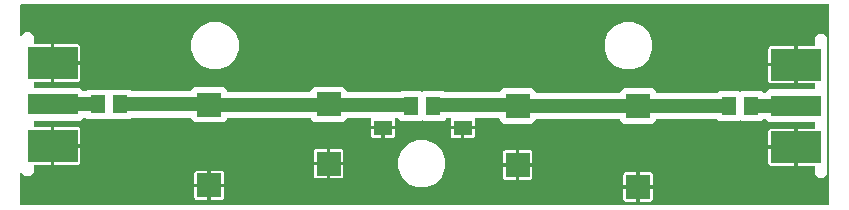
<source format=gbr>
G04 EAGLE Gerber RS-274X export*
G75*
%MOMM*%
%FSLAX34Y34*%
%LPD*%
%INTop Copper*%
%IPPOS*%
%AMOC8*
5,1,8,0,0,1.08239X$1,22.5*%
G01*
%ADD10R,1.500000X1.300000*%
%ADD11R,1.300000X1.500000*%
%ADD12R,2.000000X2.000000*%
%ADD13R,4.191000X1.778000*%
%ADD14R,4.191000X2.667000*%
%ADD15C,1.200000*%

G36*
X689194Y5085D02*
X689194Y5085D01*
X689219Y5082D01*
X689314Y5104D01*
X689411Y5120D01*
X689432Y5132D01*
X689456Y5138D01*
X689540Y5189D01*
X689626Y5235D01*
X689643Y5253D01*
X689664Y5266D01*
X689726Y5342D01*
X689793Y5413D01*
X689803Y5436D01*
X689819Y5455D01*
X689853Y5546D01*
X689894Y5636D01*
X689896Y5660D01*
X689905Y5683D01*
X689919Y5830D01*
X689919Y174170D01*
X689915Y174194D01*
X689918Y174219D01*
X689896Y174314D01*
X689880Y174411D01*
X689868Y174432D01*
X689862Y174456D01*
X689811Y174540D01*
X689765Y174626D01*
X689747Y174643D01*
X689734Y174664D01*
X689658Y174726D01*
X689587Y174793D01*
X689564Y174803D01*
X689545Y174819D01*
X689454Y174853D01*
X689364Y174894D01*
X689340Y174896D01*
X689317Y174905D01*
X689170Y174919D01*
X5830Y174919D01*
X5806Y174915D01*
X5781Y174918D01*
X5686Y174896D01*
X5589Y174880D01*
X5568Y174868D01*
X5544Y174862D01*
X5460Y174811D01*
X5374Y174765D01*
X5357Y174747D01*
X5336Y174734D01*
X5274Y174658D01*
X5207Y174587D01*
X5197Y174564D01*
X5181Y174545D01*
X5147Y174454D01*
X5106Y174364D01*
X5104Y174340D01*
X5095Y174317D01*
X5081Y174170D01*
X5081Y148695D01*
X5093Y148622D01*
X5095Y148549D01*
X5112Y148503D01*
X5120Y148454D01*
X5155Y148389D01*
X5181Y148320D01*
X5212Y148282D01*
X5235Y148239D01*
X5289Y148189D01*
X5336Y148132D01*
X5377Y148106D01*
X5413Y148072D01*
X5480Y148042D01*
X5543Y148003D01*
X5591Y147992D01*
X5636Y147971D01*
X5709Y147964D01*
X5780Y147947D01*
X5829Y147952D01*
X5879Y147947D01*
X5950Y147964D01*
X6023Y147971D01*
X6068Y147991D01*
X6116Y148002D01*
X6179Y148041D01*
X6246Y148071D01*
X6302Y148118D01*
X6324Y148131D01*
X6334Y148144D01*
X6360Y148165D01*
X9326Y151131D01*
X13534Y151131D01*
X16511Y148154D01*
X16511Y141741D01*
X16515Y141717D01*
X16512Y141692D01*
X16534Y141597D01*
X16550Y141500D01*
X16562Y141479D01*
X16568Y141455D01*
X16619Y141371D01*
X16665Y141285D01*
X16683Y141268D01*
X16696Y141247D01*
X16772Y141185D01*
X16843Y141118D01*
X16866Y141108D01*
X16885Y141092D01*
X16976Y141058D01*
X17066Y141017D01*
X17090Y141015D01*
X17113Y141006D01*
X17260Y140992D01*
X31085Y140992D01*
X31085Y125866D01*
X31089Y125842D01*
X31086Y125818D01*
X31109Y125722D01*
X31125Y125625D01*
X31136Y125604D01*
X31142Y125580D01*
X31193Y125497D01*
X31240Y125410D01*
X31257Y125393D01*
X31270Y125373D01*
X31346Y125310D01*
X31418Y125243D01*
X31440Y125233D01*
X31459Y125218D01*
X31550Y125183D01*
X31640Y125142D01*
X31664Y125140D01*
X31687Y125131D01*
X31834Y125117D01*
X32585Y125117D01*
X32585Y125115D01*
X31834Y125115D01*
X31810Y125111D01*
X31786Y125114D01*
X31690Y125091D01*
X31593Y125075D01*
X31572Y125064D01*
X31548Y125058D01*
X31464Y125007D01*
X31378Y124960D01*
X31361Y124943D01*
X31341Y124930D01*
X31278Y124854D01*
X31211Y124782D01*
X31201Y124760D01*
X31186Y124741D01*
X31151Y124650D01*
X31110Y124560D01*
X31108Y124536D01*
X31099Y124513D01*
X31085Y124366D01*
X31085Y109240D01*
X17260Y109240D01*
X17236Y109236D01*
X17211Y109239D01*
X17116Y109217D01*
X17019Y109201D01*
X16998Y109189D01*
X16974Y109183D01*
X16890Y109132D01*
X16804Y109086D01*
X16787Y109068D01*
X16766Y109055D01*
X16704Y108979D01*
X16637Y108908D01*
X16627Y108885D01*
X16611Y108866D01*
X16577Y108775D01*
X16536Y108685D01*
X16534Y108661D01*
X16525Y108638D01*
X16511Y108491D01*
X16511Y104890D01*
X16515Y104866D01*
X16512Y104841D01*
X16535Y104746D01*
X16550Y104649D01*
X16562Y104628D01*
X16568Y104604D01*
X16619Y104520D01*
X16665Y104434D01*
X16683Y104417D01*
X16696Y104396D01*
X16772Y104334D01*
X16843Y104267D01*
X16866Y104257D01*
X16885Y104241D01*
X16976Y104207D01*
X17066Y104166D01*
X17090Y104164D01*
X17113Y104155D01*
X17260Y104141D01*
X55643Y104141D01*
X58314Y101470D01*
X58393Y101413D01*
X58469Y101351D01*
X58492Y101343D01*
X58512Y101328D01*
X58606Y101300D01*
X58697Y101265D01*
X58730Y101262D01*
X58746Y101257D01*
X58771Y101258D01*
X58844Y101251D01*
X60095Y101251D01*
X60191Y101267D01*
X60288Y101276D01*
X60311Y101286D01*
X60336Y101290D01*
X60422Y101336D01*
X60511Y101377D01*
X60536Y101398D01*
X60551Y101405D01*
X60568Y101424D01*
X60625Y101470D01*
X61906Y102751D01*
X79115Y102751D01*
X79480Y102385D01*
X79500Y102371D01*
X79516Y102352D01*
X79599Y102300D01*
X79678Y102243D01*
X79702Y102236D01*
X79723Y102223D01*
X79818Y102201D01*
X79912Y102172D01*
X79936Y102173D01*
X79960Y102167D01*
X80058Y102177D01*
X80156Y102180D01*
X80179Y102189D01*
X80203Y102191D01*
X80293Y102231D01*
X80384Y102266D01*
X80403Y102281D01*
X80426Y102291D01*
X80540Y102385D01*
X80906Y102751D01*
X98114Y102751D01*
X99395Y101470D01*
X99474Y101413D01*
X99550Y101351D01*
X99573Y101343D01*
X99593Y101328D01*
X99687Y101300D01*
X99778Y101265D01*
X99811Y101262D01*
X99827Y101257D01*
X99852Y101258D01*
X99925Y101251D01*
X149270Y101251D01*
X149294Y101255D01*
X149319Y101252D01*
X149414Y101274D01*
X149511Y101290D01*
X149532Y101302D01*
X149556Y101308D01*
X149640Y101359D01*
X149726Y101405D01*
X149743Y101423D01*
X149764Y101436D01*
X149826Y101512D01*
X149893Y101583D01*
X149903Y101606D01*
X149919Y101625D01*
X149953Y101716D01*
X149994Y101806D01*
X149996Y101830D01*
X150005Y101853D01*
X150019Y102000D01*
X150019Y102114D01*
X152996Y105091D01*
X177204Y105091D01*
X180181Y102114D01*
X180181Y101840D01*
X180185Y101816D01*
X180182Y101791D01*
X180204Y101696D01*
X180220Y101599D01*
X180232Y101578D01*
X180238Y101554D01*
X180289Y101470D01*
X180335Y101384D01*
X180353Y101367D01*
X180366Y101346D01*
X180442Y101284D01*
X180513Y101217D01*
X180536Y101207D01*
X180555Y101191D01*
X180646Y101157D01*
X180736Y101116D01*
X180760Y101114D01*
X180783Y101105D01*
X180930Y101091D01*
X250390Y101091D01*
X250414Y101095D01*
X250439Y101092D01*
X250534Y101114D01*
X250631Y101130D01*
X250652Y101142D01*
X250676Y101148D01*
X250760Y101199D01*
X250846Y101245D01*
X250863Y101263D01*
X250884Y101276D01*
X250946Y101352D01*
X251013Y101423D01*
X251023Y101446D01*
X251039Y101465D01*
X251073Y101556D01*
X251114Y101646D01*
X251116Y101670D01*
X251125Y101693D01*
X251139Y101840D01*
X251139Y102274D01*
X254116Y105251D01*
X278324Y105251D01*
X281301Y102274D01*
X281301Y101340D01*
X281305Y101316D01*
X281302Y101291D01*
X281324Y101196D01*
X281340Y101099D01*
X281352Y101078D01*
X281358Y101054D01*
X281409Y100970D01*
X281455Y100884D01*
X281473Y100867D01*
X281486Y100846D01*
X281562Y100784D01*
X281633Y100717D01*
X281656Y100707D01*
X281675Y100691D01*
X281766Y100657D01*
X281856Y100616D01*
X281880Y100614D01*
X281903Y100605D01*
X282050Y100591D01*
X302005Y100591D01*
X302101Y100607D01*
X302198Y100616D01*
X302221Y100626D01*
X302246Y100630D01*
X302332Y100676D01*
X302421Y100717D01*
X302446Y100738D01*
X302461Y100745D01*
X302478Y100764D01*
X302535Y100810D01*
X302816Y101091D01*
X322024Y101091D01*
X322305Y100810D01*
X322384Y100753D01*
X322460Y100691D01*
X322483Y100683D01*
X322503Y100668D01*
X322597Y100640D01*
X322688Y100605D01*
X322721Y100602D01*
X322737Y100597D01*
X322762Y100598D01*
X322835Y100591D01*
X326135Y100591D01*
X326231Y100607D01*
X326328Y100616D01*
X326351Y100626D01*
X326376Y100630D01*
X326462Y100676D01*
X326551Y100717D01*
X326576Y100738D01*
X326591Y100745D01*
X326608Y100764D01*
X326665Y100810D01*
X327336Y101481D01*
X344545Y101481D01*
X344910Y101115D01*
X344930Y101101D01*
X344946Y101082D01*
X345029Y101030D01*
X345108Y100973D01*
X345132Y100966D01*
X345153Y100953D01*
X345248Y100931D01*
X345342Y100902D01*
X345366Y100903D01*
X345390Y100897D01*
X345488Y100907D01*
X345586Y100910D01*
X345609Y100919D01*
X345633Y100921D01*
X345723Y100961D01*
X345814Y100996D01*
X345833Y101011D01*
X345856Y101021D01*
X345970Y101115D01*
X346336Y101481D01*
X363544Y101481D01*
X364215Y100810D01*
X364294Y100753D01*
X364370Y100691D01*
X364393Y100683D01*
X364413Y100668D01*
X364507Y100640D01*
X364598Y100605D01*
X364631Y100602D01*
X364647Y100597D01*
X364672Y100598D01*
X364745Y100591D01*
X369315Y100591D01*
X369411Y100607D01*
X369508Y100616D01*
X369531Y100626D01*
X369556Y100630D01*
X369642Y100676D01*
X369731Y100717D01*
X369756Y100738D01*
X369771Y100745D01*
X369788Y100764D01*
X369845Y100810D01*
X370126Y101091D01*
X389334Y101091D01*
X389615Y100810D01*
X389694Y100753D01*
X389770Y100691D01*
X389793Y100683D01*
X389813Y100668D01*
X389907Y100640D01*
X389998Y100605D01*
X390031Y100602D01*
X390047Y100597D01*
X390072Y100598D01*
X390145Y100591D01*
X410435Y100591D01*
X410531Y100607D01*
X410628Y100616D01*
X410651Y100626D01*
X410676Y100630D01*
X410762Y100676D01*
X410851Y100717D01*
X410876Y100738D01*
X410891Y100745D01*
X410908Y100764D01*
X410965Y100810D01*
X414136Y103981D01*
X438344Y103981D01*
X441321Y101004D01*
X441321Y100730D01*
X441325Y100706D01*
X441322Y100681D01*
X441344Y100586D01*
X441360Y100489D01*
X441372Y100468D01*
X441378Y100444D01*
X441429Y100360D01*
X441475Y100274D01*
X441493Y100257D01*
X441506Y100236D01*
X441582Y100174D01*
X441653Y100107D01*
X441676Y100097D01*
X441695Y100081D01*
X441786Y100047D01*
X441876Y100006D01*
X441900Y100004D01*
X441923Y99995D01*
X442070Y99981D01*
X512490Y99981D01*
X512514Y99985D01*
X512539Y99982D01*
X512634Y100004D01*
X512731Y100020D01*
X512752Y100032D01*
X512776Y100038D01*
X512860Y100089D01*
X512946Y100135D01*
X512963Y100153D01*
X512984Y100166D01*
X513046Y100242D01*
X513113Y100313D01*
X513123Y100336D01*
X513139Y100355D01*
X513173Y100446D01*
X513214Y100536D01*
X513216Y100560D01*
X513225Y100583D01*
X513239Y100730D01*
X513239Y100844D01*
X516216Y103821D01*
X540424Y103821D01*
X543401Y100844D01*
X543401Y100570D01*
X543405Y100546D01*
X543402Y100521D01*
X543424Y100426D01*
X543440Y100329D01*
X543452Y100308D01*
X543458Y100284D01*
X543509Y100200D01*
X543555Y100114D01*
X543573Y100097D01*
X543586Y100076D01*
X543662Y100014D01*
X543733Y99947D01*
X543756Y99937D01*
X543775Y99921D01*
X543866Y99887D01*
X543956Y99846D01*
X543980Y99844D01*
X544003Y99835D01*
X544150Y99821D01*
X594605Y99821D01*
X594701Y99837D01*
X594798Y99846D01*
X594821Y99856D01*
X594846Y99860D01*
X594932Y99906D01*
X595021Y99947D01*
X595046Y99968D01*
X595061Y99975D01*
X595078Y99994D01*
X595135Y100040D01*
X596576Y101481D01*
X613784Y101481D01*
X614150Y101115D01*
X614170Y101101D01*
X614186Y101082D01*
X614269Y101030D01*
X614349Y100973D01*
X614372Y100966D01*
X614393Y100953D01*
X614488Y100931D01*
X614582Y100902D01*
X614607Y100903D01*
X614630Y100897D01*
X614728Y100907D01*
X614826Y100910D01*
X614849Y100919D01*
X614873Y100921D01*
X614963Y100961D01*
X615054Y100996D01*
X615073Y101011D01*
X615096Y101021D01*
X615210Y101115D01*
X615575Y101481D01*
X632784Y101481D01*
X634065Y100200D01*
X634144Y100143D01*
X634220Y100081D01*
X634243Y100073D01*
X634263Y100058D01*
X634357Y100030D01*
X634448Y99995D01*
X634481Y99992D01*
X634497Y99987D01*
X634522Y99988D01*
X634595Y99981D01*
X635846Y99981D01*
X635942Y99997D01*
X636039Y100006D01*
X636062Y100016D01*
X636087Y100020D01*
X636173Y100066D01*
X636262Y100107D01*
X636287Y100128D01*
X636302Y100135D01*
X636319Y100154D01*
X636376Y100200D01*
X639047Y102871D01*
X677430Y102871D01*
X677454Y102875D01*
X677479Y102872D01*
X677574Y102894D01*
X677671Y102910D01*
X677692Y102922D01*
X677716Y102928D01*
X677800Y102979D01*
X677886Y103025D01*
X677903Y103043D01*
X677924Y103056D01*
X677986Y103132D01*
X678053Y103203D01*
X678063Y103226D01*
X678079Y103245D01*
X678113Y103336D01*
X678154Y103426D01*
X678156Y103450D01*
X678165Y103473D01*
X678179Y103620D01*
X678179Y107221D01*
X678175Y107245D01*
X678178Y107270D01*
X678156Y107365D01*
X678140Y107462D01*
X678128Y107483D01*
X678122Y107507D01*
X678071Y107591D01*
X678025Y107677D01*
X678007Y107694D01*
X677994Y107715D01*
X677918Y107777D01*
X677847Y107844D01*
X677824Y107854D01*
X677805Y107870D01*
X677714Y107904D01*
X677624Y107945D01*
X677600Y107947D01*
X677577Y107956D01*
X677430Y107970D01*
X663605Y107970D01*
X663605Y123096D01*
X663601Y123120D01*
X663604Y123144D01*
X663581Y123240D01*
X663565Y123337D01*
X663554Y123358D01*
X663548Y123382D01*
X663497Y123465D01*
X663450Y123552D01*
X663433Y123569D01*
X663420Y123589D01*
X663344Y123652D01*
X663272Y123719D01*
X663250Y123729D01*
X663231Y123744D01*
X663140Y123779D01*
X663050Y123820D01*
X663026Y123822D01*
X663003Y123831D01*
X662856Y123845D01*
X662105Y123845D01*
X662105Y123847D01*
X662856Y123847D01*
X662880Y123851D01*
X662904Y123848D01*
X663000Y123871D01*
X663097Y123887D01*
X663118Y123898D01*
X663142Y123904D01*
X663225Y123955D01*
X663312Y124002D01*
X663329Y124019D01*
X663349Y124032D01*
X663412Y124108D01*
X663479Y124180D01*
X663489Y124202D01*
X663504Y124221D01*
X663539Y124312D01*
X663580Y124402D01*
X663582Y124426D01*
X663591Y124449D01*
X663605Y124596D01*
X663605Y139722D01*
X677430Y139722D01*
X677454Y139726D01*
X677479Y139723D01*
X677574Y139745D01*
X677671Y139761D01*
X677692Y139773D01*
X677716Y139779D01*
X677800Y139830D01*
X677886Y139876D01*
X677903Y139894D01*
X677924Y139907D01*
X677986Y139983D01*
X678053Y140054D01*
X678063Y140077D01*
X678079Y140096D01*
X678113Y140187D01*
X678154Y140277D01*
X678156Y140301D01*
X678165Y140324D01*
X678179Y140471D01*
X678179Y146884D01*
X681156Y149861D01*
X685364Y149861D01*
X688341Y146884D01*
X688341Y30916D01*
X685364Y27939D01*
X681156Y27939D01*
X678179Y30916D01*
X678179Y37329D01*
X678177Y37342D01*
X678178Y37347D01*
X678176Y37356D01*
X678178Y37378D01*
X678156Y37473D01*
X678140Y37570D01*
X678128Y37591D01*
X678122Y37615D01*
X678071Y37699D01*
X678025Y37785D01*
X678007Y37802D01*
X677994Y37823D01*
X677918Y37885D01*
X677847Y37952D01*
X677824Y37962D01*
X677805Y37978D01*
X677714Y38012D01*
X677624Y38053D01*
X677600Y38055D01*
X677577Y38064D01*
X677430Y38078D01*
X663605Y38078D01*
X663605Y53204D01*
X663601Y53228D01*
X663604Y53252D01*
X663581Y53348D01*
X663565Y53445D01*
X663554Y53466D01*
X663548Y53490D01*
X663497Y53573D01*
X663450Y53660D01*
X663433Y53677D01*
X663420Y53697D01*
X663344Y53760D01*
X663272Y53827D01*
X663250Y53837D01*
X663231Y53852D01*
X663140Y53887D01*
X663050Y53928D01*
X663026Y53930D01*
X663003Y53939D01*
X662856Y53953D01*
X662105Y53953D01*
X662105Y53955D01*
X662856Y53955D01*
X662880Y53959D01*
X662904Y53956D01*
X663000Y53979D01*
X663097Y53995D01*
X663118Y54006D01*
X663142Y54012D01*
X663225Y54063D01*
X663312Y54110D01*
X663329Y54127D01*
X663349Y54140D01*
X663412Y54216D01*
X663479Y54288D01*
X663489Y54310D01*
X663504Y54329D01*
X663539Y54420D01*
X663580Y54510D01*
X663582Y54534D01*
X663591Y54557D01*
X663605Y54704D01*
X663605Y69830D01*
X677430Y69830D01*
X677454Y69834D01*
X677479Y69831D01*
X677574Y69853D01*
X677671Y69869D01*
X677692Y69881D01*
X677716Y69887D01*
X677800Y69938D01*
X677886Y69984D01*
X677903Y70002D01*
X677924Y70015D01*
X677986Y70091D01*
X678053Y70162D01*
X678063Y70185D01*
X678079Y70204D01*
X678113Y70295D01*
X678154Y70385D01*
X678156Y70409D01*
X678165Y70432D01*
X678179Y70579D01*
X678179Y74180D01*
X678175Y74204D01*
X678178Y74229D01*
X678156Y74324D01*
X678140Y74421D01*
X678128Y74442D01*
X678122Y74466D01*
X678071Y74550D01*
X678025Y74636D01*
X678007Y74653D01*
X677994Y74674D01*
X677918Y74736D01*
X677847Y74803D01*
X677824Y74813D01*
X677805Y74829D01*
X677714Y74863D01*
X677624Y74904D01*
X677600Y74906D01*
X677577Y74915D01*
X677430Y74929D01*
X639047Y74929D01*
X636376Y77600D01*
X636297Y77657D01*
X636221Y77719D01*
X636198Y77727D01*
X636178Y77742D01*
X636084Y77770D01*
X635993Y77805D01*
X635960Y77808D01*
X635944Y77813D01*
X635919Y77812D01*
X635846Y77819D01*
X634595Y77819D01*
X634499Y77803D01*
X634402Y77794D01*
X634379Y77784D01*
X634354Y77780D01*
X634268Y77734D01*
X634179Y77693D01*
X634154Y77672D01*
X634139Y77665D01*
X634122Y77646D01*
X634065Y77600D01*
X632784Y76319D01*
X615575Y76319D01*
X615210Y76685D01*
X615190Y76699D01*
X615174Y76718D01*
X615091Y76770D01*
X615012Y76827D01*
X614988Y76834D01*
X614967Y76847D01*
X614872Y76869D01*
X614778Y76898D01*
X614754Y76897D01*
X614730Y76903D01*
X614632Y76893D01*
X614534Y76890D01*
X614511Y76881D01*
X614487Y76879D01*
X614397Y76839D01*
X614306Y76804D01*
X614287Y76789D01*
X614264Y76779D01*
X614150Y76685D01*
X613784Y76319D01*
X596576Y76319D01*
X595455Y77440D01*
X595376Y77497D01*
X595300Y77559D01*
X595277Y77567D01*
X595257Y77582D01*
X595163Y77610D01*
X595072Y77645D01*
X595039Y77648D01*
X595023Y77653D01*
X594998Y77652D01*
X594925Y77659D01*
X544150Y77659D01*
X544126Y77655D01*
X544101Y77658D01*
X544006Y77636D01*
X543909Y77620D01*
X543888Y77608D01*
X543864Y77602D01*
X543780Y77551D01*
X543694Y77505D01*
X543677Y77487D01*
X543656Y77474D01*
X543594Y77398D01*
X543527Y77327D01*
X543517Y77304D01*
X543501Y77285D01*
X543467Y77194D01*
X543426Y77104D01*
X543424Y77080D01*
X543415Y77057D01*
X543401Y76910D01*
X543401Y76636D01*
X540424Y73659D01*
X516216Y73659D01*
X513239Y76636D01*
X513239Y77070D01*
X513235Y77094D01*
X513238Y77119D01*
X513216Y77214D01*
X513200Y77311D01*
X513188Y77332D01*
X513182Y77356D01*
X513131Y77440D01*
X513085Y77526D01*
X513067Y77543D01*
X513054Y77564D01*
X512978Y77626D01*
X512907Y77693D01*
X512884Y77703D01*
X512865Y77719D01*
X512774Y77753D01*
X512684Y77794D01*
X512660Y77796D01*
X512637Y77805D01*
X512490Y77819D01*
X442070Y77819D01*
X442046Y77815D01*
X442021Y77818D01*
X441926Y77796D01*
X441829Y77780D01*
X441808Y77768D01*
X441784Y77762D01*
X441700Y77711D01*
X441614Y77665D01*
X441597Y77647D01*
X441576Y77634D01*
X441514Y77558D01*
X441447Y77487D01*
X441437Y77464D01*
X441421Y77445D01*
X441387Y77354D01*
X441346Y77264D01*
X441344Y77240D01*
X441335Y77217D01*
X441321Y77070D01*
X441321Y76796D01*
X438344Y73819D01*
X414136Y73819D01*
X411159Y76796D01*
X411159Y77680D01*
X411155Y77704D01*
X411158Y77729D01*
X411136Y77824D01*
X411120Y77921D01*
X411108Y77942D01*
X411102Y77966D01*
X411051Y78050D01*
X411005Y78136D01*
X410987Y78153D01*
X410974Y78174D01*
X410898Y78236D01*
X410827Y78303D01*
X410804Y78313D01*
X410785Y78329D01*
X410694Y78363D01*
X410604Y78404D01*
X410580Y78406D01*
X410557Y78415D01*
X410410Y78429D01*
X390456Y78429D01*
X390292Y78402D01*
X390216Y78390D01*
X390072Y78313D01*
X390001Y78275D01*
X389883Y78149D01*
X389834Y78097D01*
X389776Y77969D01*
X389733Y77875D01*
X389733Y77874D01*
X389717Y77718D01*
X389709Y77632D01*
X389709Y77631D01*
X389709Y77630D01*
X389733Y77486D01*
X389771Y77344D01*
X389771Y72009D01*
X380480Y72009D01*
X380456Y72005D01*
X380432Y72008D01*
X380336Y71985D01*
X380239Y71969D01*
X380218Y71958D01*
X380194Y71952D01*
X380111Y71901D01*
X380024Y71854D01*
X380007Y71837D01*
X379987Y71824D01*
X379924Y71748D01*
X379857Y71676D01*
X379847Y71654D01*
X379832Y71635D01*
X379797Y71544D01*
X379756Y71454D01*
X379754Y71430D01*
X379745Y71407D01*
X379731Y71260D01*
X379731Y70509D01*
X379729Y70509D01*
X379729Y71260D01*
X379725Y71284D01*
X379728Y71308D01*
X379705Y71404D01*
X379689Y71501D01*
X379678Y71522D01*
X379672Y71546D01*
X379621Y71629D01*
X379574Y71716D01*
X379557Y71733D01*
X379544Y71753D01*
X379468Y71816D01*
X379396Y71883D01*
X379374Y71893D01*
X379355Y71908D01*
X379264Y71943D01*
X379174Y71984D01*
X379150Y71986D01*
X379127Y71995D01*
X378980Y72009D01*
X369689Y72009D01*
X369689Y77344D01*
X369727Y77486D01*
X369736Y77571D01*
X369751Y77729D01*
X369741Y77773D01*
X369696Y77966D01*
X369666Y78014D01*
X369567Y78174D01*
X369445Y78274D01*
X369379Y78329D01*
X369220Y78389D01*
X369150Y78415D01*
X369004Y78429D01*
X365965Y78429D01*
X365869Y78413D01*
X365772Y78404D01*
X365749Y78394D01*
X365724Y78390D01*
X365638Y78344D01*
X365549Y78303D01*
X365524Y78282D01*
X365509Y78275D01*
X365492Y78256D01*
X365435Y78210D01*
X363544Y76319D01*
X346336Y76319D01*
X345970Y76685D01*
X345950Y76699D01*
X345934Y76718D01*
X345851Y76770D01*
X345771Y76827D01*
X345748Y76834D01*
X345727Y76847D01*
X345632Y76869D01*
X345538Y76898D01*
X345513Y76897D01*
X345490Y76903D01*
X345392Y76893D01*
X345294Y76890D01*
X345271Y76881D01*
X345247Y76879D01*
X345157Y76839D01*
X345066Y76804D01*
X345047Y76789D01*
X345024Y76779D01*
X344910Y76685D01*
X344545Y76319D01*
X327336Y76319D01*
X325445Y78210D01*
X325366Y78267D01*
X325290Y78329D01*
X325267Y78337D01*
X325247Y78352D01*
X325153Y78380D01*
X325062Y78415D01*
X325029Y78418D01*
X325013Y78423D01*
X324988Y78422D01*
X324915Y78429D01*
X323146Y78429D01*
X322982Y78402D01*
X322906Y78390D01*
X322762Y78313D01*
X322691Y78275D01*
X322573Y78149D01*
X322524Y78097D01*
X322466Y77969D01*
X322423Y77875D01*
X322423Y77874D01*
X322407Y77718D01*
X322399Y77632D01*
X322399Y77631D01*
X322399Y77630D01*
X322423Y77486D01*
X322461Y77344D01*
X322461Y72009D01*
X313170Y72009D01*
X313146Y72005D01*
X313122Y72008D01*
X313026Y71985D01*
X312929Y71969D01*
X312908Y71958D01*
X312884Y71952D01*
X312801Y71901D01*
X312714Y71854D01*
X312697Y71837D01*
X312677Y71824D01*
X312614Y71748D01*
X312547Y71676D01*
X312537Y71654D01*
X312522Y71635D01*
X312487Y71544D01*
X312446Y71454D01*
X312444Y71430D01*
X312435Y71407D01*
X312421Y71260D01*
X312421Y70509D01*
X312419Y70509D01*
X312419Y71260D01*
X312415Y71284D01*
X312418Y71308D01*
X312395Y71404D01*
X312379Y71501D01*
X312368Y71522D01*
X312362Y71546D01*
X312311Y71629D01*
X312264Y71716D01*
X312247Y71733D01*
X312234Y71753D01*
X312158Y71816D01*
X312086Y71883D01*
X312064Y71893D01*
X312045Y71908D01*
X311954Y71943D01*
X311864Y71984D01*
X311840Y71986D01*
X311817Y71995D01*
X311670Y72009D01*
X302379Y72009D01*
X302379Y77344D01*
X302417Y77486D01*
X302426Y77571D01*
X302441Y77729D01*
X302431Y77773D01*
X302386Y77966D01*
X302356Y78014D01*
X302257Y78174D01*
X302135Y78274D01*
X302069Y78329D01*
X301910Y78389D01*
X301840Y78415D01*
X301694Y78429D01*
X281975Y78429D01*
X281879Y78413D01*
X281782Y78404D01*
X281759Y78394D01*
X281734Y78390D01*
X281648Y78344D01*
X281559Y78303D01*
X281534Y78282D01*
X281519Y78275D01*
X281502Y78256D01*
X281445Y78210D01*
X278324Y75089D01*
X254116Y75089D01*
X251139Y78066D01*
X251139Y78180D01*
X251135Y78204D01*
X251138Y78229D01*
X251116Y78324D01*
X251100Y78421D01*
X251088Y78442D01*
X251082Y78466D01*
X251031Y78550D01*
X250985Y78636D01*
X250967Y78653D01*
X250954Y78674D01*
X250878Y78736D01*
X250807Y78803D01*
X250784Y78813D01*
X250765Y78829D01*
X250674Y78863D01*
X250584Y78904D01*
X250560Y78906D01*
X250537Y78915D01*
X250390Y78929D01*
X180930Y78929D01*
X180906Y78925D01*
X180881Y78928D01*
X180786Y78906D01*
X180689Y78890D01*
X180668Y78878D01*
X180644Y78872D01*
X180560Y78821D01*
X180474Y78775D01*
X180457Y78757D01*
X180436Y78744D01*
X180374Y78668D01*
X180307Y78597D01*
X180297Y78574D01*
X180281Y78555D01*
X180247Y78464D01*
X180206Y78374D01*
X180204Y78350D01*
X180195Y78327D01*
X180181Y78180D01*
X180181Y77906D01*
X177204Y74929D01*
X152996Y74929D01*
X150019Y77906D01*
X150019Y78340D01*
X150015Y78364D01*
X150018Y78389D01*
X149996Y78484D01*
X149980Y78581D01*
X149968Y78602D01*
X149962Y78626D01*
X149911Y78710D01*
X149865Y78796D01*
X149847Y78813D01*
X149834Y78834D01*
X149758Y78896D01*
X149687Y78963D01*
X149664Y78973D01*
X149645Y78989D01*
X149554Y79023D01*
X149464Y79064D01*
X149440Y79066D01*
X149417Y79075D01*
X149270Y79089D01*
X99925Y79089D01*
X99829Y79073D01*
X99732Y79064D01*
X99709Y79054D01*
X99684Y79050D01*
X99598Y79004D01*
X99509Y78963D01*
X99484Y78942D01*
X99469Y78935D01*
X99452Y78916D01*
X99395Y78870D01*
X98114Y77589D01*
X80906Y77589D01*
X80540Y77955D01*
X80520Y77969D01*
X80504Y77988D01*
X80421Y78040D01*
X80341Y78097D01*
X80318Y78104D01*
X80297Y78117D01*
X80202Y78139D01*
X80108Y78168D01*
X80083Y78167D01*
X80060Y78173D01*
X79962Y78163D01*
X79864Y78160D01*
X79841Y78151D01*
X79817Y78149D01*
X79727Y78109D01*
X79636Y78074D01*
X79617Y78059D01*
X79594Y78049D01*
X79480Y77955D01*
X79115Y77589D01*
X61906Y77589D01*
X60625Y78870D01*
X60546Y78927D01*
X60470Y78989D01*
X60447Y78997D01*
X60427Y79012D01*
X60333Y79040D01*
X60242Y79075D01*
X60209Y79078D01*
X60193Y79083D01*
X60168Y79082D01*
X60095Y79089D01*
X58844Y79089D01*
X58748Y79073D01*
X58651Y79064D01*
X58628Y79054D01*
X58603Y79050D01*
X58517Y79004D01*
X58428Y78963D01*
X58403Y78942D01*
X58388Y78935D01*
X58371Y78916D01*
X58314Y78870D01*
X55643Y76199D01*
X17260Y76199D01*
X17236Y76195D01*
X17211Y76198D01*
X17116Y76176D01*
X17019Y76160D01*
X16998Y76148D01*
X16974Y76142D01*
X16890Y76091D01*
X16804Y76045D01*
X16787Y76027D01*
X16766Y76014D01*
X16704Y75938D01*
X16637Y75867D01*
X16627Y75844D01*
X16611Y75825D01*
X16577Y75734D01*
X16536Y75644D01*
X16534Y75620D01*
X16525Y75597D01*
X16511Y75450D01*
X16511Y71849D01*
X16515Y71825D01*
X16512Y71800D01*
X16534Y71705D01*
X16550Y71608D01*
X16562Y71587D01*
X16568Y71563D01*
X16619Y71479D01*
X16665Y71393D01*
X16683Y71376D01*
X16696Y71355D01*
X16772Y71293D01*
X16843Y71226D01*
X16866Y71216D01*
X16885Y71200D01*
X16976Y71166D01*
X17066Y71125D01*
X17090Y71123D01*
X17113Y71114D01*
X17260Y71100D01*
X31085Y71100D01*
X31085Y55974D01*
X31089Y55950D01*
X31086Y55926D01*
X31109Y55830D01*
X31125Y55733D01*
X31136Y55712D01*
X31142Y55688D01*
X31193Y55605D01*
X31240Y55518D01*
X31257Y55501D01*
X31270Y55481D01*
X31346Y55418D01*
X31418Y55351D01*
X31440Y55341D01*
X31459Y55326D01*
X31550Y55291D01*
X31640Y55250D01*
X31664Y55248D01*
X31687Y55239D01*
X31834Y55225D01*
X32585Y55225D01*
X32585Y55223D01*
X31834Y55223D01*
X31810Y55219D01*
X31786Y55222D01*
X31690Y55199D01*
X31593Y55183D01*
X31572Y55172D01*
X31548Y55166D01*
X31464Y55115D01*
X31378Y55068D01*
X31361Y55051D01*
X31341Y55038D01*
X31278Y54962D01*
X31211Y54890D01*
X31201Y54868D01*
X31186Y54849D01*
X31151Y54758D01*
X31110Y54668D01*
X31108Y54644D01*
X31099Y54621D01*
X31085Y54474D01*
X31085Y39348D01*
X17260Y39348D01*
X17236Y39344D01*
X17211Y39347D01*
X17116Y39325D01*
X17019Y39309D01*
X16998Y39297D01*
X16974Y39291D01*
X16890Y39240D01*
X16804Y39194D01*
X16787Y39176D01*
X16766Y39163D01*
X16704Y39087D01*
X16637Y39016D01*
X16627Y38993D01*
X16611Y38974D01*
X16577Y38883D01*
X16536Y38793D01*
X16534Y38769D01*
X16525Y38746D01*
X16511Y38599D01*
X16511Y32186D01*
X13534Y29209D01*
X9326Y29209D01*
X6360Y32175D01*
X6300Y32218D01*
X6246Y32268D01*
X6202Y32288D01*
X6161Y32317D01*
X6091Y32338D01*
X6024Y32369D01*
X5975Y32374D01*
X5928Y32388D01*
X5855Y32386D01*
X5781Y32393D01*
X5733Y32382D01*
X5684Y32380D01*
X5615Y32354D01*
X5544Y32338D01*
X5502Y32312D01*
X5456Y32294D01*
X5399Y32248D01*
X5336Y32209D01*
X5305Y32171D01*
X5267Y32140D01*
X5228Y32077D01*
X5181Y32020D01*
X5164Y31974D01*
X5138Y31932D01*
X5121Y31861D01*
X5095Y31792D01*
X5088Y31719D01*
X5082Y31695D01*
X5084Y31678D01*
X5081Y31645D01*
X5081Y5830D01*
X5085Y5806D01*
X5082Y5781D01*
X5104Y5686D01*
X5120Y5589D01*
X5132Y5568D01*
X5138Y5544D01*
X5189Y5460D01*
X5235Y5374D01*
X5253Y5357D01*
X5266Y5336D01*
X5342Y5274D01*
X5413Y5207D01*
X5436Y5197D01*
X5455Y5181D01*
X5546Y5147D01*
X5636Y5106D01*
X5660Y5104D01*
X5683Y5095D01*
X5830Y5081D01*
X689170Y5081D01*
X689194Y5085D01*
G37*
%LPC*%
G36*
X516006Y119919D02*
X516006Y119919D01*
X508625Y122976D01*
X502976Y128625D01*
X499919Y136006D01*
X499919Y143994D01*
X502976Y151375D01*
X508625Y157024D01*
X516006Y160081D01*
X523994Y160081D01*
X531375Y157024D01*
X537024Y151375D01*
X540081Y143994D01*
X540081Y136006D01*
X537024Y128625D01*
X531375Y122976D01*
X523994Y119919D01*
X516006Y119919D01*
G37*
%LPD*%
%LPC*%
G36*
X166006Y119919D02*
X166006Y119919D01*
X158625Y122976D01*
X152976Y128625D01*
X149919Y136006D01*
X149919Y143994D01*
X152976Y151375D01*
X158625Y157024D01*
X166006Y160081D01*
X173994Y160081D01*
X181375Y157024D01*
X187024Y151375D01*
X190081Y143994D01*
X190081Y136006D01*
X187024Y128625D01*
X181375Y122976D01*
X173994Y119919D01*
X166006Y119919D01*
G37*
%LPD*%
%LPC*%
G36*
X341006Y19919D02*
X341006Y19919D01*
X333625Y22976D01*
X327976Y28625D01*
X324919Y36006D01*
X324919Y43994D01*
X327976Y51375D01*
X333625Y57024D01*
X341006Y60081D01*
X348994Y60081D01*
X356375Y57024D01*
X362024Y51375D01*
X365081Y43994D01*
X365081Y36006D01*
X362024Y28625D01*
X356375Y22976D01*
X348994Y19919D01*
X341006Y19919D01*
G37*
%LPD*%
%LPC*%
G36*
X34083Y126615D02*
X34083Y126615D01*
X34083Y140992D01*
X53873Y140992D01*
X54520Y140819D01*
X55099Y140484D01*
X55572Y140011D01*
X55907Y139432D01*
X56080Y138785D01*
X56080Y126615D01*
X34083Y126615D01*
G37*
%LPD*%
%LPC*%
G36*
X34083Y56723D02*
X34083Y56723D01*
X34083Y71100D01*
X53873Y71100D01*
X54520Y70927D01*
X55099Y70592D01*
X55572Y70119D01*
X55907Y69540D01*
X56080Y68893D01*
X56080Y56723D01*
X34083Y56723D01*
G37*
%LPD*%
%LPC*%
G36*
X638610Y125345D02*
X638610Y125345D01*
X638610Y137515D01*
X638783Y138162D01*
X639118Y138741D01*
X639591Y139214D01*
X640170Y139549D01*
X640817Y139722D01*
X660607Y139722D01*
X660607Y125345D01*
X638610Y125345D01*
G37*
%LPD*%
%LPC*%
G36*
X638610Y55453D02*
X638610Y55453D01*
X638610Y67623D01*
X638783Y68270D01*
X639118Y68849D01*
X639591Y69322D01*
X640170Y69657D01*
X640817Y69830D01*
X660607Y69830D01*
X660607Y55453D01*
X638610Y55453D01*
G37*
%LPD*%
%LPC*%
G36*
X640817Y107970D02*
X640817Y107970D01*
X640170Y108143D01*
X639591Y108478D01*
X639118Y108951D01*
X638783Y109530D01*
X638610Y110177D01*
X638610Y122347D01*
X660607Y122347D01*
X660607Y107970D01*
X640817Y107970D01*
G37*
%LPD*%
%LPC*%
G36*
X640817Y38078D02*
X640817Y38078D01*
X640170Y38251D01*
X639591Y38586D01*
X639118Y39059D01*
X638783Y39638D01*
X638610Y40285D01*
X638610Y52455D01*
X660607Y52455D01*
X660607Y38078D01*
X640817Y38078D01*
G37*
%LPD*%
%LPC*%
G36*
X34083Y39348D02*
X34083Y39348D01*
X34083Y53725D01*
X56080Y53725D01*
X56080Y41555D01*
X55995Y41239D01*
X55907Y40908D01*
X55572Y40329D01*
X55099Y39856D01*
X54520Y39521D01*
X53873Y39348D01*
X34083Y39348D01*
G37*
%LPD*%
%LPC*%
G36*
X34083Y109240D02*
X34083Y109240D01*
X34083Y123617D01*
X56080Y123617D01*
X56080Y111447D01*
X55938Y110919D01*
X55907Y110800D01*
X55572Y110221D01*
X55099Y109748D01*
X54520Y109413D01*
X53873Y109240D01*
X34083Y109240D01*
G37*
%LPD*%
%LPC*%
G36*
X529819Y21939D02*
X529819Y21939D01*
X529819Y32981D01*
X538654Y32981D01*
X539301Y32808D01*
X539880Y32473D01*
X540353Y32000D01*
X540688Y31421D01*
X540861Y30774D01*
X540861Y21939D01*
X529819Y21939D01*
G37*
%LPD*%
%LPC*%
G36*
X166599Y23209D02*
X166599Y23209D01*
X166599Y34251D01*
X175434Y34251D01*
X176081Y34078D01*
X176660Y33743D01*
X177133Y33270D01*
X177468Y32691D01*
X177641Y32044D01*
X177641Y23209D01*
X166599Y23209D01*
G37*
%LPD*%
%LPC*%
G36*
X427739Y40399D02*
X427739Y40399D01*
X427739Y51441D01*
X436574Y51441D01*
X437221Y51268D01*
X437800Y50933D01*
X438273Y50460D01*
X438608Y49881D01*
X438781Y49234D01*
X438781Y40399D01*
X427739Y40399D01*
G37*
%LPD*%
%LPC*%
G36*
X267719Y41669D02*
X267719Y41669D01*
X267719Y52711D01*
X276554Y52711D01*
X277201Y52538D01*
X277780Y52203D01*
X278253Y51730D01*
X278588Y51151D01*
X278761Y50504D01*
X278761Y41669D01*
X267719Y41669D01*
G37*
%LPD*%
%LPC*%
G36*
X253679Y41669D02*
X253679Y41669D01*
X253679Y50504D01*
X253702Y50591D01*
X253852Y51151D01*
X254187Y51730D01*
X254660Y52203D01*
X255239Y52538D01*
X255886Y52711D01*
X264721Y52711D01*
X264721Y41669D01*
X253679Y41669D01*
G37*
%LPD*%
%LPC*%
G36*
X413699Y40399D02*
X413699Y40399D01*
X413699Y49234D01*
X413872Y49881D01*
X414207Y50460D01*
X414680Y50933D01*
X415259Y51268D01*
X415906Y51441D01*
X424741Y51441D01*
X424741Y40399D01*
X413699Y40399D01*
G37*
%LPD*%
%LPC*%
G36*
X267719Y27629D02*
X267719Y27629D01*
X267719Y38671D01*
X278761Y38671D01*
X278761Y29836D01*
X278588Y29189D01*
X278253Y28610D01*
X277780Y28137D01*
X277201Y27802D01*
X276554Y27629D01*
X267719Y27629D01*
G37*
%LPD*%
%LPC*%
G36*
X427739Y26359D02*
X427739Y26359D01*
X427739Y37401D01*
X438781Y37401D01*
X438781Y28566D01*
X438608Y27919D01*
X438273Y27340D01*
X437800Y26867D01*
X437221Y26532D01*
X436574Y26359D01*
X427739Y26359D01*
G37*
%LPD*%
%LPC*%
G36*
X515779Y21939D02*
X515779Y21939D01*
X515779Y30774D01*
X515952Y31421D01*
X516287Y32000D01*
X516760Y32473D01*
X517339Y32808D01*
X517986Y32981D01*
X526821Y32981D01*
X526821Y21939D01*
X515779Y21939D01*
G37*
%LPD*%
%LPC*%
G36*
X152559Y23209D02*
X152559Y23209D01*
X152559Y32044D01*
X152710Y32609D01*
X152711Y32609D01*
X152732Y32691D01*
X153067Y33270D01*
X153540Y33743D01*
X154119Y34078D01*
X154766Y34251D01*
X163601Y34251D01*
X163601Y23209D01*
X152559Y23209D01*
G37*
%LPD*%
%LPC*%
G36*
X166599Y9169D02*
X166599Y9169D01*
X166599Y20211D01*
X177641Y20211D01*
X177641Y11376D01*
X177612Y11269D01*
X177468Y10729D01*
X177133Y10150D01*
X176660Y9677D01*
X176081Y9342D01*
X175434Y9169D01*
X166599Y9169D01*
G37*
%LPD*%
%LPC*%
G36*
X529819Y7899D02*
X529819Y7899D01*
X529819Y18941D01*
X540861Y18941D01*
X540861Y10106D01*
X540688Y9459D01*
X540353Y8880D01*
X539880Y8407D01*
X539301Y8072D01*
X538654Y7899D01*
X529819Y7899D01*
G37*
%LPD*%
%LPC*%
G36*
X154766Y9169D02*
X154766Y9169D01*
X154119Y9342D01*
X153540Y9677D01*
X153067Y10150D01*
X152732Y10729D01*
X152559Y11376D01*
X152559Y20211D01*
X163601Y20211D01*
X163601Y9169D01*
X154766Y9169D01*
G37*
%LPD*%
%LPC*%
G36*
X517986Y7899D02*
X517986Y7899D01*
X517339Y8072D01*
X516760Y8407D01*
X516287Y8880D01*
X515952Y9459D01*
X515779Y10106D01*
X515779Y18941D01*
X526821Y18941D01*
X526821Y7899D01*
X517986Y7899D01*
G37*
%LPD*%
%LPC*%
G36*
X255886Y27629D02*
X255886Y27629D01*
X255239Y27802D01*
X254660Y28137D01*
X254187Y28610D01*
X253852Y29189D01*
X253679Y29836D01*
X253679Y38671D01*
X264721Y38671D01*
X264721Y27629D01*
X255886Y27629D01*
G37*
%LPD*%
%LPC*%
G36*
X415906Y26359D02*
X415906Y26359D01*
X415259Y26532D01*
X414680Y26867D01*
X414207Y27340D01*
X413872Y27919D01*
X413699Y28566D01*
X413699Y37401D01*
X424741Y37401D01*
X424741Y26359D01*
X415906Y26359D01*
G37*
%LPD*%
%LPC*%
G36*
X313919Y61469D02*
X313919Y61469D01*
X313919Y69011D01*
X322461Y69011D01*
X322461Y63676D01*
X322288Y63029D01*
X321953Y62450D01*
X321480Y61977D01*
X320901Y61642D01*
X320254Y61469D01*
X313919Y61469D01*
G37*
%LPD*%
%LPC*%
G36*
X381229Y61469D02*
X381229Y61469D01*
X381229Y69011D01*
X389771Y69011D01*
X389771Y63676D01*
X389598Y63029D01*
X389263Y62450D01*
X388790Y61977D01*
X388211Y61642D01*
X387564Y61469D01*
X381229Y61469D01*
G37*
%LPD*%
%LPC*%
G36*
X371896Y61469D02*
X371896Y61469D01*
X371249Y61642D01*
X370670Y61977D01*
X370197Y62450D01*
X369862Y63029D01*
X369689Y63676D01*
X369689Y69011D01*
X378231Y69011D01*
X378231Y61469D01*
X371896Y61469D01*
G37*
%LPD*%
%LPC*%
G36*
X304586Y61469D02*
X304586Y61469D01*
X303939Y61642D01*
X303360Y61977D01*
X302887Y62450D01*
X302552Y63029D01*
X302379Y63676D01*
X302379Y69011D01*
X310921Y69011D01*
X310921Y61469D01*
X304586Y61469D01*
G37*
%LPD*%
%LPC*%
G36*
X266219Y40169D02*
X266219Y40169D01*
X266219Y40171D01*
X266221Y40171D01*
X266221Y40169D01*
X266219Y40169D01*
G37*
%LPD*%
%LPC*%
G36*
X426239Y38899D02*
X426239Y38899D01*
X426239Y38901D01*
X426241Y38901D01*
X426241Y38899D01*
X426239Y38899D01*
G37*
%LPD*%
%LPC*%
G36*
X165099Y21709D02*
X165099Y21709D01*
X165099Y21711D01*
X165101Y21711D01*
X165101Y21709D01*
X165099Y21709D01*
G37*
%LPD*%
%LPC*%
G36*
X528319Y20439D02*
X528319Y20439D01*
X528319Y20441D01*
X528321Y20441D01*
X528321Y20439D01*
X528319Y20439D01*
G37*
%LPD*%
D10*
X312420Y70510D03*
X312420Y89510D03*
D11*
X335940Y88900D03*
X354940Y88900D03*
X70510Y90170D03*
X89510Y90170D03*
D12*
X266220Y90170D03*
X266220Y40170D03*
D10*
X379730Y70510D03*
X379730Y89510D03*
D11*
X624180Y88900D03*
X605180Y88900D03*
D12*
X426240Y88900D03*
X426240Y38900D03*
X165100Y21710D03*
X165100Y90010D03*
X528320Y20440D03*
X528320Y88740D03*
D13*
X32584Y90170D03*
D14*
X32584Y125116D03*
X32584Y55224D03*
D13*
X662106Y88900D03*
D14*
X662106Y53954D03*
X662106Y123846D03*
D15*
X70510Y90170D02*
X32584Y90170D01*
X312420Y89510D02*
X335330Y89510D01*
X335940Y88900D01*
X312420Y89510D02*
X266880Y89510D01*
X266380Y90010D02*
X266220Y90170D01*
X164940Y90170D02*
X89510Y90170D01*
X164940Y90170D02*
X165100Y90010D01*
X266380Y90010D01*
X266880Y89510D01*
X354940Y88900D02*
X355550Y89510D01*
X379730Y89510D01*
X425630Y89510D01*
X426240Y88900D01*
X528160Y88900D01*
X528320Y88740D01*
X605020Y88740D01*
X605180Y88900D01*
X624180Y88900D02*
X662106Y88900D01*
M02*

</source>
